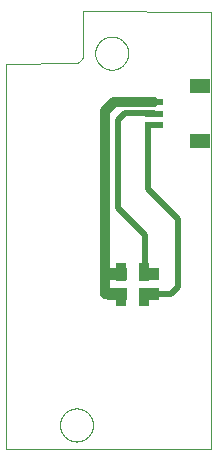
<source format=gtl>
G75*
%MOIN*%
%OFA0B0*%
%FSLAX25Y25*%
%IPPOS*%
%LPD*%
%AMOC8*
5,1,8,0,0,1.08239X$1,22.5*
%
%ADD10C,0.00300*%
%ADD11C,0.00000*%
%ADD12R,0.06102X0.02362*%
%ADD13R,0.07087X0.04724*%
%ADD14R,0.06693X0.04134*%
%ADD15R,0.03500X0.06000*%
%ADD16C,0.03200*%
%ADD17C,0.02000*%
%ADD18C,0.01200*%
D10*
X0003787Y0012449D02*
X0003787Y0140795D01*
X0026546Y0140852D01*
X0026546Y0140851D02*
X0026656Y0140853D01*
X0026766Y0140859D01*
X0026875Y0140868D01*
X0026984Y0140882D01*
X0027093Y0140899D01*
X0027201Y0140920D01*
X0027308Y0140945D01*
X0027414Y0140973D01*
X0027519Y0141005D01*
X0027623Y0141041D01*
X0027726Y0141080D01*
X0027827Y0141123D01*
X0027927Y0141170D01*
X0028025Y0141220D01*
X0028121Y0141273D01*
X0028215Y0141330D01*
X0028307Y0141390D01*
X0028398Y0141453D01*
X0028485Y0141519D01*
X0028571Y0141588D01*
X0028654Y0141660D01*
X0028734Y0141735D01*
X0028812Y0141813D01*
X0028887Y0141893D01*
X0028959Y0141976D01*
X0029028Y0142062D01*
X0029094Y0142149D01*
X0029157Y0142240D01*
X0029217Y0142332D01*
X0029274Y0142426D01*
X0029327Y0142522D01*
X0029377Y0142620D01*
X0029424Y0142720D01*
X0029467Y0142821D01*
X0029506Y0142924D01*
X0029542Y0143028D01*
X0029574Y0143133D01*
X0029602Y0143239D01*
X0029627Y0143346D01*
X0029648Y0143454D01*
X0029665Y0143563D01*
X0029679Y0143672D01*
X0029688Y0143781D01*
X0029694Y0143891D01*
X0029696Y0144001D01*
X0029695Y0144001D02*
X0029695Y0158174D01*
X0072291Y0158118D01*
X0072291Y0012449D01*
X0003787Y0012449D01*
D11*
X0021897Y0020323D02*
X0021899Y0020471D01*
X0021905Y0020619D01*
X0021915Y0020767D01*
X0021929Y0020914D01*
X0021947Y0021061D01*
X0021968Y0021207D01*
X0021994Y0021353D01*
X0022024Y0021498D01*
X0022057Y0021642D01*
X0022095Y0021785D01*
X0022136Y0021927D01*
X0022181Y0022068D01*
X0022229Y0022208D01*
X0022282Y0022347D01*
X0022338Y0022484D01*
X0022398Y0022619D01*
X0022461Y0022753D01*
X0022528Y0022885D01*
X0022599Y0023015D01*
X0022673Y0023143D01*
X0022750Y0023269D01*
X0022831Y0023393D01*
X0022915Y0023515D01*
X0023002Y0023634D01*
X0023093Y0023751D01*
X0023187Y0023866D01*
X0023283Y0023978D01*
X0023383Y0024088D01*
X0023485Y0024194D01*
X0023591Y0024298D01*
X0023699Y0024399D01*
X0023810Y0024497D01*
X0023923Y0024593D01*
X0024039Y0024685D01*
X0024157Y0024774D01*
X0024278Y0024859D01*
X0024401Y0024942D01*
X0024526Y0025021D01*
X0024653Y0025097D01*
X0024782Y0025169D01*
X0024913Y0025238D01*
X0025046Y0025303D01*
X0025181Y0025364D01*
X0025317Y0025422D01*
X0025454Y0025477D01*
X0025593Y0025527D01*
X0025734Y0025574D01*
X0025875Y0025617D01*
X0026018Y0025657D01*
X0026162Y0025692D01*
X0026306Y0025724D01*
X0026452Y0025751D01*
X0026598Y0025775D01*
X0026745Y0025795D01*
X0026892Y0025811D01*
X0027039Y0025823D01*
X0027187Y0025831D01*
X0027335Y0025835D01*
X0027483Y0025835D01*
X0027631Y0025831D01*
X0027779Y0025823D01*
X0027926Y0025811D01*
X0028073Y0025795D01*
X0028220Y0025775D01*
X0028366Y0025751D01*
X0028512Y0025724D01*
X0028656Y0025692D01*
X0028800Y0025657D01*
X0028943Y0025617D01*
X0029084Y0025574D01*
X0029225Y0025527D01*
X0029364Y0025477D01*
X0029501Y0025422D01*
X0029637Y0025364D01*
X0029772Y0025303D01*
X0029905Y0025238D01*
X0030036Y0025169D01*
X0030165Y0025097D01*
X0030292Y0025021D01*
X0030417Y0024942D01*
X0030540Y0024859D01*
X0030661Y0024774D01*
X0030779Y0024685D01*
X0030895Y0024593D01*
X0031008Y0024497D01*
X0031119Y0024399D01*
X0031227Y0024298D01*
X0031333Y0024194D01*
X0031435Y0024088D01*
X0031535Y0023978D01*
X0031631Y0023866D01*
X0031725Y0023751D01*
X0031816Y0023634D01*
X0031903Y0023515D01*
X0031987Y0023393D01*
X0032068Y0023269D01*
X0032145Y0023143D01*
X0032219Y0023015D01*
X0032290Y0022885D01*
X0032357Y0022753D01*
X0032420Y0022619D01*
X0032480Y0022484D01*
X0032536Y0022347D01*
X0032589Y0022208D01*
X0032637Y0022068D01*
X0032682Y0021927D01*
X0032723Y0021785D01*
X0032761Y0021642D01*
X0032794Y0021498D01*
X0032824Y0021353D01*
X0032850Y0021207D01*
X0032871Y0021061D01*
X0032889Y0020914D01*
X0032903Y0020767D01*
X0032913Y0020619D01*
X0032919Y0020471D01*
X0032921Y0020323D01*
X0032919Y0020175D01*
X0032913Y0020027D01*
X0032903Y0019879D01*
X0032889Y0019732D01*
X0032871Y0019585D01*
X0032850Y0019439D01*
X0032824Y0019293D01*
X0032794Y0019148D01*
X0032761Y0019004D01*
X0032723Y0018861D01*
X0032682Y0018719D01*
X0032637Y0018578D01*
X0032589Y0018438D01*
X0032536Y0018299D01*
X0032480Y0018162D01*
X0032420Y0018027D01*
X0032357Y0017893D01*
X0032290Y0017761D01*
X0032219Y0017631D01*
X0032145Y0017503D01*
X0032068Y0017377D01*
X0031987Y0017253D01*
X0031903Y0017131D01*
X0031816Y0017012D01*
X0031725Y0016895D01*
X0031631Y0016780D01*
X0031535Y0016668D01*
X0031435Y0016558D01*
X0031333Y0016452D01*
X0031227Y0016348D01*
X0031119Y0016247D01*
X0031008Y0016149D01*
X0030895Y0016053D01*
X0030779Y0015961D01*
X0030661Y0015872D01*
X0030540Y0015787D01*
X0030417Y0015704D01*
X0030292Y0015625D01*
X0030165Y0015549D01*
X0030036Y0015477D01*
X0029905Y0015408D01*
X0029772Y0015343D01*
X0029637Y0015282D01*
X0029501Y0015224D01*
X0029364Y0015169D01*
X0029225Y0015119D01*
X0029084Y0015072D01*
X0028943Y0015029D01*
X0028800Y0014989D01*
X0028656Y0014954D01*
X0028512Y0014922D01*
X0028366Y0014895D01*
X0028220Y0014871D01*
X0028073Y0014851D01*
X0027926Y0014835D01*
X0027779Y0014823D01*
X0027631Y0014815D01*
X0027483Y0014811D01*
X0027335Y0014811D01*
X0027187Y0014815D01*
X0027039Y0014823D01*
X0026892Y0014835D01*
X0026745Y0014851D01*
X0026598Y0014871D01*
X0026452Y0014895D01*
X0026306Y0014922D01*
X0026162Y0014954D01*
X0026018Y0014989D01*
X0025875Y0015029D01*
X0025734Y0015072D01*
X0025593Y0015119D01*
X0025454Y0015169D01*
X0025317Y0015224D01*
X0025181Y0015282D01*
X0025046Y0015343D01*
X0024913Y0015408D01*
X0024782Y0015477D01*
X0024653Y0015549D01*
X0024526Y0015625D01*
X0024401Y0015704D01*
X0024278Y0015787D01*
X0024157Y0015872D01*
X0024039Y0015961D01*
X0023923Y0016053D01*
X0023810Y0016149D01*
X0023699Y0016247D01*
X0023591Y0016348D01*
X0023485Y0016452D01*
X0023383Y0016558D01*
X0023283Y0016668D01*
X0023187Y0016780D01*
X0023093Y0016895D01*
X0023002Y0017012D01*
X0022915Y0017131D01*
X0022831Y0017253D01*
X0022750Y0017377D01*
X0022673Y0017503D01*
X0022599Y0017631D01*
X0022528Y0017761D01*
X0022461Y0017893D01*
X0022398Y0018027D01*
X0022338Y0018162D01*
X0022282Y0018299D01*
X0022229Y0018438D01*
X0022181Y0018578D01*
X0022136Y0018719D01*
X0022095Y0018861D01*
X0022057Y0019004D01*
X0022024Y0019148D01*
X0021994Y0019293D01*
X0021968Y0019439D01*
X0021947Y0019585D01*
X0021929Y0019732D01*
X0021915Y0019879D01*
X0021905Y0020027D01*
X0021899Y0020175D01*
X0021897Y0020323D01*
X0033643Y0144257D02*
X0033645Y0144405D01*
X0033651Y0144553D01*
X0033661Y0144701D01*
X0033675Y0144848D01*
X0033693Y0144995D01*
X0033714Y0145141D01*
X0033740Y0145287D01*
X0033770Y0145432D01*
X0033803Y0145576D01*
X0033841Y0145719D01*
X0033882Y0145861D01*
X0033927Y0146002D01*
X0033975Y0146142D01*
X0034028Y0146281D01*
X0034084Y0146418D01*
X0034144Y0146553D01*
X0034207Y0146687D01*
X0034274Y0146819D01*
X0034345Y0146949D01*
X0034419Y0147077D01*
X0034496Y0147203D01*
X0034577Y0147327D01*
X0034661Y0147449D01*
X0034748Y0147568D01*
X0034839Y0147685D01*
X0034933Y0147800D01*
X0035029Y0147912D01*
X0035129Y0148022D01*
X0035231Y0148128D01*
X0035337Y0148232D01*
X0035445Y0148333D01*
X0035556Y0148431D01*
X0035669Y0148527D01*
X0035785Y0148619D01*
X0035903Y0148708D01*
X0036024Y0148793D01*
X0036147Y0148876D01*
X0036272Y0148955D01*
X0036399Y0149031D01*
X0036528Y0149103D01*
X0036659Y0149172D01*
X0036792Y0149237D01*
X0036927Y0149298D01*
X0037063Y0149356D01*
X0037200Y0149411D01*
X0037339Y0149461D01*
X0037480Y0149508D01*
X0037621Y0149551D01*
X0037764Y0149591D01*
X0037908Y0149626D01*
X0038052Y0149658D01*
X0038198Y0149685D01*
X0038344Y0149709D01*
X0038491Y0149729D01*
X0038638Y0149745D01*
X0038785Y0149757D01*
X0038933Y0149765D01*
X0039081Y0149769D01*
X0039229Y0149769D01*
X0039377Y0149765D01*
X0039525Y0149757D01*
X0039672Y0149745D01*
X0039819Y0149729D01*
X0039966Y0149709D01*
X0040112Y0149685D01*
X0040258Y0149658D01*
X0040402Y0149626D01*
X0040546Y0149591D01*
X0040689Y0149551D01*
X0040830Y0149508D01*
X0040971Y0149461D01*
X0041110Y0149411D01*
X0041247Y0149356D01*
X0041383Y0149298D01*
X0041518Y0149237D01*
X0041651Y0149172D01*
X0041782Y0149103D01*
X0041911Y0149031D01*
X0042038Y0148955D01*
X0042163Y0148876D01*
X0042286Y0148793D01*
X0042407Y0148708D01*
X0042525Y0148619D01*
X0042641Y0148527D01*
X0042754Y0148431D01*
X0042865Y0148333D01*
X0042973Y0148232D01*
X0043079Y0148128D01*
X0043181Y0148022D01*
X0043281Y0147912D01*
X0043377Y0147800D01*
X0043471Y0147685D01*
X0043562Y0147568D01*
X0043649Y0147449D01*
X0043733Y0147327D01*
X0043814Y0147203D01*
X0043891Y0147077D01*
X0043965Y0146949D01*
X0044036Y0146819D01*
X0044103Y0146687D01*
X0044166Y0146553D01*
X0044226Y0146418D01*
X0044282Y0146281D01*
X0044335Y0146142D01*
X0044383Y0146002D01*
X0044428Y0145861D01*
X0044469Y0145719D01*
X0044507Y0145576D01*
X0044540Y0145432D01*
X0044570Y0145287D01*
X0044596Y0145141D01*
X0044617Y0144995D01*
X0044635Y0144848D01*
X0044649Y0144701D01*
X0044659Y0144553D01*
X0044665Y0144405D01*
X0044667Y0144257D01*
X0044665Y0144109D01*
X0044659Y0143961D01*
X0044649Y0143813D01*
X0044635Y0143666D01*
X0044617Y0143519D01*
X0044596Y0143373D01*
X0044570Y0143227D01*
X0044540Y0143082D01*
X0044507Y0142938D01*
X0044469Y0142795D01*
X0044428Y0142653D01*
X0044383Y0142512D01*
X0044335Y0142372D01*
X0044282Y0142233D01*
X0044226Y0142096D01*
X0044166Y0141961D01*
X0044103Y0141827D01*
X0044036Y0141695D01*
X0043965Y0141565D01*
X0043891Y0141437D01*
X0043814Y0141311D01*
X0043733Y0141187D01*
X0043649Y0141065D01*
X0043562Y0140946D01*
X0043471Y0140829D01*
X0043377Y0140714D01*
X0043281Y0140602D01*
X0043181Y0140492D01*
X0043079Y0140386D01*
X0042973Y0140282D01*
X0042865Y0140181D01*
X0042754Y0140083D01*
X0042641Y0139987D01*
X0042525Y0139895D01*
X0042407Y0139806D01*
X0042286Y0139721D01*
X0042163Y0139638D01*
X0042038Y0139559D01*
X0041911Y0139483D01*
X0041782Y0139411D01*
X0041651Y0139342D01*
X0041518Y0139277D01*
X0041383Y0139216D01*
X0041247Y0139158D01*
X0041110Y0139103D01*
X0040971Y0139053D01*
X0040830Y0139006D01*
X0040689Y0138963D01*
X0040546Y0138923D01*
X0040402Y0138888D01*
X0040258Y0138856D01*
X0040112Y0138829D01*
X0039966Y0138805D01*
X0039819Y0138785D01*
X0039672Y0138769D01*
X0039525Y0138757D01*
X0039377Y0138749D01*
X0039229Y0138745D01*
X0039081Y0138745D01*
X0038933Y0138749D01*
X0038785Y0138757D01*
X0038638Y0138769D01*
X0038491Y0138785D01*
X0038344Y0138805D01*
X0038198Y0138829D01*
X0038052Y0138856D01*
X0037908Y0138888D01*
X0037764Y0138923D01*
X0037621Y0138963D01*
X0037480Y0139006D01*
X0037339Y0139053D01*
X0037200Y0139103D01*
X0037063Y0139158D01*
X0036927Y0139216D01*
X0036792Y0139277D01*
X0036659Y0139342D01*
X0036528Y0139411D01*
X0036399Y0139483D01*
X0036272Y0139559D01*
X0036147Y0139638D01*
X0036024Y0139721D01*
X0035903Y0139806D01*
X0035785Y0139895D01*
X0035669Y0139987D01*
X0035556Y0140083D01*
X0035445Y0140181D01*
X0035337Y0140282D01*
X0035231Y0140386D01*
X0035129Y0140492D01*
X0035029Y0140602D01*
X0034933Y0140714D01*
X0034839Y0140829D01*
X0034748Y0140946D01*
X0034661Y0141065D01*
X0034577Y0141187D01*
X0034496Y0141311D01*
X0034419Y0141437D01*
X0034345Y0141565D01*
X0034274Y0141695D01*
X0034207Y0141827D01*
X0034144Y0141961D01*
X0034084Y0142096D01*
X0034028Y0142233D01*
X0033975Y0142372D01*
X0033927Y0142512D01*
X0033882Y0142653D01*
X0033841Y0142795D01*
X0033803Y0142938D01*
X0033770Y0143082D01*
X0033740Y0143227D01*
X0033714Y0143373D01*
X0033693Y0143519D01*
X0033675Y0143666D01*
X0033661Y0143813D01*
X0033651Y0143961D01*
X0033645Y0144109D01*
X0033643Y0144257D01*
D12*
X0053258Y0128046D03*
X0053258Y0124109D03*
X0053258Y0120172D03*
D13*
X0068514Y0115054D03*
X0068514Y0133164D03*
D14*
X0051416Y0070491D03*
X0051416Y0063995D03*
X0040786Y0063995D03*
X0040786Y0070491D03*
D15*
X0042395Y0071421D03*
X0042395Y0063064D03*
X0049810Y0063065D03*
X0049810Y0071414D03*
D16*
X0037788Y0063881D02*
X0036858Y0063881D01*
X0036858Y0125047D01*
X0039846Y0128035D01*
X0053176Y0128035D01*
D17*
X0053325Y0124161D02*
X0043418Y0124161D01*
X0041188Y0121932D01*
X0041188Y0092579D01*
X0050229Y0083539D01*
X0050229Y0070658D01*
X0050477Y0063847D02*
X0058898Y0063847D01*
X0061251Y0066200D01*
X0061251Y0088865D01*
X0051096Y0099020D01*
X0051096Y0120198D01*
D18*
X0053325Y0120198D01*
M02*

</source>
